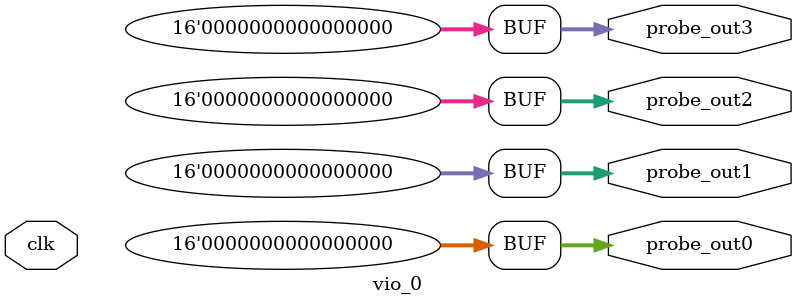
<source format=v>
`timescale 1ns / 1ps
module vio_0 (
clk,

probe_out0,
probe_out1,
probe_out2,
probe_out3
);

input clk;

output reg [15 : 0] probe_out0 = 'h0000 ;
output reg [15 : 0] probe_out1 = 'h0000 ;
output reg [15 : 0] probe_out2 = 'h0000 ;
output reg [15 : 0] probe_out3 = 'h0000 ;


endmodule

</source>
